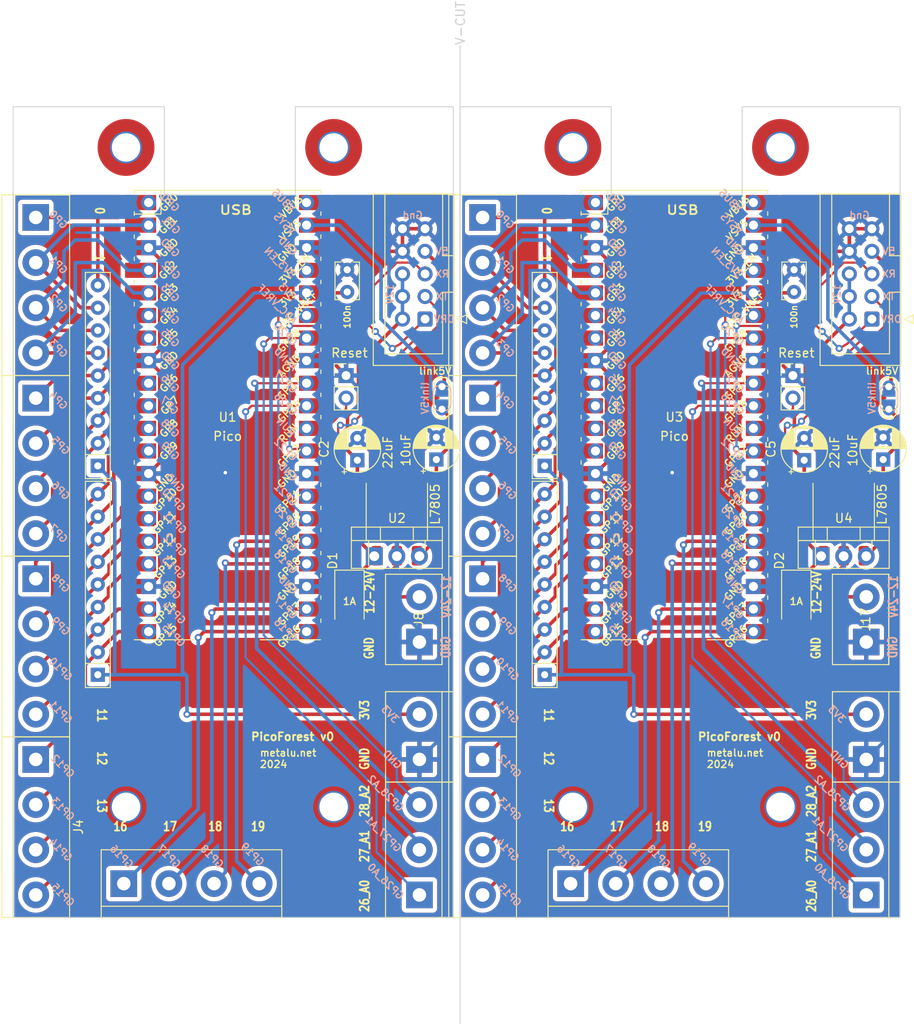
<source format=kicad_pcb>
(kicad_pcb (version 20221018) (generator pcbnew)
  (layers (0 "F.Cu" signal) (31 "B.Cu" signal) (34 "B.Paste" user) (35 "F.Paste" user) (36 "B.SilkS" user "B.Silkscreen") (37 "F.SilkS" user "F.Silkscreen") (38 "B.Mask" user) (39 "F.Mask" user) (44 "Edge.Cuts" user))
  (net 0 "")
  (net 1 "+12V")
  (net 2 "+5V")
  (net 3 "Net-(D1-A)")
  (net 4 "/DRV")
  (net 8 "/TX")
  (net 9 "/RX")
  (net 10 "Net-(J7-Pin_2)")
  (net 11 "Net-(FR1-Pin_7)")
  (net 12 "Net-(J1-Pin_3)")
  (net 13 "Net-(J1-Pin_4)")
  (net 14 "Net-(J2-Pin_3)")
  (net 15 "Net-(J2-Pin_4)")
  (net 16 "Net-(J3-Pin_3)")
  (net 17 "Net-(J3-Pin_4)")
  (net 18 "+3.3V")
  (net 19 "GND")
  (net 20 "Net-(J4-Pin_3)")
  (net 21 "Net-(J4-Pin_4)")
  (net 22 "Net-(J5-Pin_3)")
  (net 23 "Net-(J1-Pin_1)")
  (net 24 "Net-(J1-Pin_2)")
  (net 25 "Net-(J2-Pin_1)")
  (net 26 "Net-(J2-Pin_2)")
  (net 27 "Net-(J3-Pin_1)")
  (net 28 "Net-(J3-Pin_2)")
  (net 29 "Net-(J4-Pin_1)")
  (net 30 "Net-(J4-Pin_2)")
  (net 31 "Net-(J5-Pin_1)")
  (net 32 "Net-(J5-Pin_2)")
  (net 33 "Net-(J6-Pin_1)")
  (net 34 "Net-(J6-Pin_2)")
  (net 35 "Net-(J6-Pin_3)")
  (net 36 "Net-(J6-Pin_4)")
  (footprint "Connector_PinHeader_2.54mm:PinHeader_1x02_P2.54mm_Vertical" (layer "F.Cu") (at 140.589 66.04)
    (fp_text reference "J16" hide)
    (fp_text value "Reset")
  )
  (footprint "TerminalBlock:TerminalBlock_bornier-4_P5.08mm" (layer "F.Cu") (at 105.664 88.9 -90)
    (fp_text reference "J12" hide)
    (fp_text value "Conn_01x04_Socket" hide)
  )
  (footprint "MountingHole:MountingHole_3.2mm_M3_Pad_TopOnly" (layer "F.Cu") (at 88.9 40.386)
    (fp_text reference "H2" hide)
    (fp_text value "MountingHole" hide)
  )
  (footprint "TerminalBlock:TerminalBlock_bornier-2_P5.08mm" (layer "F.Cu") (at 98.552 96.012 90)
    (fp_text reference "J8")
    (fp_text value "12-24V input" hide)
  )
  (footprint "Diode_SMD:D_SMA" (layer "F.Cu") (at 140.97 91.44 -90)
    (fp_text reference "D2")
    (fp_text value "1A")
  )
  (footprint "Resistor_THT:R_Array_SIP9" (layer "F.Cu") (at 62.357 99.695 90)
    (fp_text reference "RN2" hide)
    (fp_text value "R_Network08")
  )
  (footprint "TerminalBlock:TerminalBlock_bornier-2_P5.08mm" (layer "F.Cu") (at 98.552 109.22 90)
    (fp_text reference "J9" hide)
    (fp_text value "Conn_01x02_Socket" hide)
  )
  (footprint "MountingHole:MountingHole_3.2mm_M3_Pad_TopOnly" (layer "F.Cu") (at 139.192 114.554)
    (fp_text reference "H5" hide)
    (fp_text value "MountingHole" hide)
  )
  (footprint "TerminalBlock:TerminalBlock_bornier-3_P5.08mm" (layer "F.Cu") (at 98.552 124.46 90)
    (fp_text reference "J5" hide)
    (fp_text value "Conn_01x03_Socket" hide)
  )
  (footprint "Package_TO_SOT_THT:TO-220-3_Vertical" (layer "F.Cu") (at 93.472 86.36)
    (fp_text reference "U2")
    (fp_text value "L7805" hide)
  )
  (footprint "Connector_IDC:IDC-Header_2x05_P2.54mm_Vertical" (layer "F.Cu") (at 99.187 59.69 180)
    (fp_text reference "FR1" hide)
    (fp_text value "Fraise_5x2" hide)
  )
  (footprint "Resistor_THT:R_Array_SIP9" (layer "F.Cu") (at 62.357 76.2 90)
    (fp_text reference "RN1" hide)
    (fp_text value "R_Network08")
  )
  (footprint "MountingHole:MountingHole_3.2mm_M3_Pad_TopOnly" (layer "F.Cu") (at 65.532 114.554)
    (fp_text reference "H1" hide)
    (fp_text value "MountingHole" hide)
  )
  (footprint "TerminalBlock:TerminalBlock_bornier-4_P5.08mm" (layer "F.Cu") (at 55.372 88.9 -90)
    (fp_text reference "J3" hide)
    (fp_text value "Conn_01x04_Socket" hide)
  )
  (footprint "MountingHole:MountingHole_3.2mm_M3_Pad_TopOnly" (layer "F.Cu") (at 115.824 40.386)
    (fp_text reference "H4" hide)
    (fp_text value "MountingHole" hide)
  )
  (footprint "TestPoint:TestPoint_2Pads_Pitch2.54mm_Drill0.8mm" (layer "F.Cu") (at 151.384 69.83 90)
    (fp_text reference "JP4" hide)
    (fp_text value "link5V")
  )
  (footprint "TerminalBlock:TerminalBlock_bornier-4_P5.08mm" (layer "F.Cu") (at 55.372 48.26 -90)
    (fp_text reference "J1" hide)
    (fp_text value "Conn_01x04_Socket" hide)
  )
  (footprint "MCU_RaspberryPi_and_Boards:RPi_Pico_SMD_TH" (layer "F.Cu") (at 127.254 70.715)
    (fp_text reference "U3")
    (fp_text value "Pico")
  )
  (footprint "Capacitor_THT:C_Rect_L4.0mm_W2.5mm_P2.50mm" (layer "F.Cu") (at 90.424 56.642 90)
    (fp_text reference "C1" hide)
    (fp_text value "100n")
  )
  (footprint "Package_TO_SOT_SMD:TO-252-3_TabPin2" (layer "F.Cu") (at 96.012 81.27 90)
    (fp_text reference "Ubis2" hide)
    (fp_text value "L7805")
  )
  (footprint "TerminalBlock:TerminalBlock_bornier-4_P5.08mm" (layer "F.Cu") (at 105.664 48.26 -90)
    (fp_text reference "J10" hide)
    (fp_text value "Conn_01x04_Socket" hide)
  )
  (footprint "Package_TO_SOT_THT:TO-220-3_Vertical" (layer "F.Cu") (at 143.764 86.36)
    (fp_text reference "U4")
    (fp_text value "L7805" hide)
  )
  (footprint "Capacitor_THT:CP_Radial_D5.0mm_P2.50mm" (layer "F.Cu") (at 150.749 75.491369 90)
    (fp_text reference "C6" hide)
    (fp_text value "10uF")
  )
  (footprint "Connector_IDC:IDC-Header_2x05_P2.54mm_Vertical" (layer "F.Cu") (at 149.479 59.69 180)
    (fp_text reference "FR2" hide)
    (fp_text value "Fraise_5x2" hide)
  )
  (footprint "Capacitor_THT:C_Rect_L4.0mm_W2.5mm_P2.50mm" (layer "F.Cu") (at 140.716 56.642 90)
    (fp_text reference "C4" hide)
    (fp_text value "100n")
  )
  (footprint "Capacitor_THT:CP_Radial_D5.0mm_P2.50mm" (layer "F.Cu") (at 91.567 75.565 90)
    (fp_text reference "C2")
    (fp_text value "22uF")
  )
  (footprint "Capacitor_THT:CP_Radial_D5.0mm_P2.50mm" (layer "F.Cu") (at 100.457 75.491369 90)
    (fp_text reference "C3" hide)
    (fp_text value "10uF")
  )
  (footprint "MCU_RaspberryPi_and_Boards:RPi_Pico_SMD_TH" (layer "F.Cu") (at 76.962 70.715)
    (fp_text reference "U1")
    (fp_text value "Pico")
  )
  (footprint "Resistor_THT:R_Array_SIP9" (layer "F.Cu") (at 112.649 99.695 90)
    (fp_text reference "RN4" hide)
    (fp_text value "R_Network08")
  )
  (footprint "TerminalBlock:TerminalBlock_bornier-4_P5.08mm" (layer "F.Cu") (at 55.372 68.58 -90)
    (fp_text reference "J2" hide)
    (fp_text value "Conn_01x04_Socket" hide)
  )
  (footprint "TerminalBlock:TerminalBlock_bornier-4_P5.08mm" (layer "F.Cu") (at 115.57 123.19)
    (fp_text reference "J15" hide)
    (fp_text value "Conn_01x04_Socket" hide)
  )
  (footprint "Resistor_THT:R_Array_SIP9" (layer "F.Cu") (at 112.649 76.2 90)
    (fp_text reference "RN3" hide)
    (fp_text value "R_Network08")
  )
  (footprint "TestPoint:TestPoint_2Pads_Pitch2.54mm_Drill0.8mm" (layer "F.Cu") (at 101.092 69.83 90)
    (fp_text reference "JP2" hide)
    (fp_text value "link5V")
  )
  (footprint "TerminalBlock:TerminalBlock_bornier-4_P5.08mm" (layer "F.Cu") (at 55.372 109.22 -90)
    (fp_text reference "J4")
    (fp_text value "Conn_01x04_Socket" hide)
  )
  (footprint "MountingHole:MountingHole_3.2mm_M3_Pad_TopOnly" (layer "F.Cu") (at 65.532 40.386)
    (fp_text reference "H1" hide)
    (fp_text value "MountingHole" hide)
  )
  (footprint "MountingHole:MountingHole_3.2mm_M3_Pad_TopOnly" (layer "F.Cu") (at 115.824 114.554)
    (fp_text reference "H3" hide)
    (fp_text value "MountingHole" hide)
  )
  (footprint "TerminalBlock:TerminalBlock_bornier-2_P5.08mm" (layer "F.Cu") (at 148.844 109.22 90)
    (fp_text reference "J18" hide)
    (fp_text value "Conn_01x02_Socket" hide)
  )
  (footprint "TerminalBlock:TerminalBlock_bornier-2_P5.08mm" (layer "F.Cu") (at 148.844 96.012 90)
    (fp_text reference "J17")
    (fp_text value "12-24V input" hide)
  )
  (footprint "Capacitor_THT:CP_Radial_D5.0mm_P2.50mm" (layer "F.Cu") (at 141.859 75.565 90)
    (fp_text reference "C5")
    (fp_text value "22uF")
  )
  (footprint "Package_TO_SOT_SMD:TO-252-3_TabPin2" (layer "F.Cu") (at 146.304 81.27 90)
    (fp_text reference "Ubis3" hide)
    (fp_text value "L7805")
  )
  (footprint "MountingHole:MountingHole_3.2mm_M3_Pad_TopOnly" (layer "F.Cu") (at 139.192 40.386)
    (fp_text reference "H6" hide)
    (fp_text value "MountingHole" hide)
  )
  (footprint "TerminalBlock:TerminalBlock_bornier-4_P5.08mm" (layer "F.Cu") (at 105.664 109.22 -90)
    (fp_text reference "J13" hide)
    (fp_text value "Conn_01x04_Socket" hide)
  )
  (footprint "TerminalBlock:TerminalBlock_bornier-3_P5.08mm" (layer "F.Cu") (at 148.844 124.46 90)
    (fp_text reference "J14" hide)
    (fp_text value "Conn_01x03_Socket" hide)
  )
  (footprint "Diode_SMD:D_SMA" (layer "F.Cu") (at 90.678 91.44 -90)
    (fp_text reference "D1")
    (fp_text value "1A")
  )
  (footprint "MountingHole:MountingHole_3.2mm_M3_Pad_TopOnly" (layer "F.Cu") (at 88.9 114.554)
    (fp_text reference "H2" hide)
    (fp_text value "MountingHole" hide)
  )
  (footprint "Connector_PinHeader_2.54mm:PinHeader_1x02_P2.54mm_Vertical" (layer "F.Cu") (at 90.297 66.04)
    (fp_text reference "J7" hide)
    (fp_text value "Reset")
  )
  (footprint "TerminalBlock:TerminalBlock_bornier-4_P5.08mm" (layer "F.Cu") (at 105.664 68.58 -90)
    (fp_text reference "J11" hide)
    (fp_text value "Conn_01x04_Socket" hide)
  )
  (footprint "TerminalBlock:TerminalBlock_bornier-4_P5.08mm" (layer "F.Cu") (at 65.278 123.19)
    (fp_text reference "J6" hide)
    (fp_text value "Conn_01x04_Socket" hide)
  )
  (footprint "Jumper:SolderJumper-2_P1.3mm_Open_RoundedPad1.0x1.5mm" (layer "B.Cu") (at 101.092 68.58 90)
    (fp_text reference "JP1" hide)
    (fp_text value "link5V")
  )
  (footprint "Jumper:SolderJumper-2_P1.3mm_Open_RoundedPad1.0x1.5mm" (layer "B.Cu") (at 151.384 68.58 90)
    (fp_text reference "JP3" hide)
    (fp_text value "link5V")
  )
  (gr_line (start 120.142 45.72) (end 134.874 45.72) (stroke (width 0.1)) (layer "Edge.Cuts"))
  (gr_line (start 69.85 35.814) (end 52.832 35.814) (stroke (width 0.1)) (layer "Edge.Cuts"))
  (gr_line (start 134.874 45.72) (end 134.874 35.814) (stroke (width 0.1)) (layer "Edge.Cuts"))
  (gr_line (start 120.142 35.814) (end 103.124 35.814) (stroke (width 0.1)) (layer "Edge.Cuts"))
  (gr_line (start 152.654 45.72) (end 152.654 127) (stroke (width 0.1)) (layer "Edge.Cuts"))
  (gr_line (start 103.124 127) (end 103.124 45.72) (stroke (width 0.1)) (layer "Edge.Cuts"))
  (gr_line (start 84.582 35.814) (end 102.362 35.814) (stroke (width 0.1)) (layer "Edge.Cuts"))
  (gr_line (start 103.124 35.814) (end 103.124 45.72) (stroke (width 0.1)) (layer "Edge.Cuts"))
  (gr_line (start 52.832 127) (end 52.832 45.72) (stroke (width 0.1)) (layer "Edge.Cuts"))
  (gr_line (start 102.362 35.814) (end 102.362 45.72) (stroke (width 0.1)) (layer "Edge.Cuts"))
  (gr_line (start 52.832 35.814) (end 52.832 45.72) (stroke (width 0.1)) (layer "Edge.Cuts"))
  (gr_line (start 102.362 127) (end 52.832 127) (stroke (width 0.1)) (layer "Edge.Cuts"))
  (gr_line (start 69.85 45.72) (end 69.85 35.814) (stroke (width 0.1)) (layer "Edge.Cuts"))
  (gr_line (start 134.874 35.814) (end 152.654 35.814) (stroke (width 0.1)) (layer "Edge.Cuts"))
  (gr_line (start 102.362 45.72) (end 102.362 127) (stroke (width 0.1)) (layer "Edge.Cuts"))
  (gr_line (start 103.124 28.956) (end 103.124 138.938) (stroke (width 0.1)) (layer "Edge.Cuts"))
  (gr_line (start 152.654 35.814) (end 152.654 45.72) (stroke (width 0.1)) (layer "Edge.Cuts"))
  (gr_line (start 120.142 45.72) (end 120.142 35.814) (stroke (width 0.1)) (layer "Edge.Cuts"))
  (gr_line (start 152.654 127) (end 103.124 127) (stroke (width 0.1)) (layer "Edge.Cuts"))
  (gr_line (start 69.85 45.72) (end 84.582 45.72) (stroke (width 0.1)) (layer "Edge.Cuts"))
  (gr_line (start 84.582 45.72) (end 84.582 35.814) (stroke (width 0.1)) (layer "Edge.Cuts"))
  (gr_text "TX" (at 151.384 57.15) (layer "B.SilkS") (effects (font (size 0.8 0.8)) (justify mirror)))
  (gr_text "12-24V" (at 151.892 90.932 90) (layer "B.SilkS") (effects (font (size 1 0.8) (thickness 0.2) bold) (justify mirror)))
  (gr_text "DRV" (at 101.346 59.69) (layer "B.SilkS") (effects (font (size 0.8 0.8)) (justify mirror)))
  (gr_text "GP28_A2" (at 145.034 113.03 -45) (layer "B.SilkS") (effects (font (size 0.8 0.8)) (justify mirror)))
  (gr_text "GP26_A0" (at 145.034 122.936 -45) (layer "B.SilkS") (effects (font (size 0.8 0.8)) (justify mirror)))
  (gr_text "RX" (at 101.092 54.61) (layer "B.SilkS") (effects (font (size 0.8 0.8)) (justify mirror)))
  (gr_text "GND" (at 152.4 95.25 90) (layer "B.SilkS") (effects (font (size 1 0.8) (thickness 0.2) bold) (justify left bottom mirror)))
  (gr_text "GP7" (at 57.912 83.82 -45) (layer "B.SilkS") (effects (font (size 0.8 0.8)) (justify mirror)))
  (gr_text "GP9" (at 58.166 94.234 -45) (layer "B.SilkS") (effects (font (size 0.8 0.8)) (justify mirror)))
  (gr_text "GP14" (at 108.458 119.38 -45) (layer "B.SilkS") (effects (font (size 0.8 0.8)) (justify mirror)))
  (gr_text "GND" (at 102.108 95.25 90) (layer "B.SilkS") (effects (font (size 1 0.8) (thickness 0.2) bold) (justify left bottom mirror)))
  (gr_text "GP2" (at 108.204 57.912 -45) (layer "B.SilkS") (effects (font (size 0.8 0.8)) (justify mirror)))
  (gr_text "GP4" (at 108.204 68.834 -45) (layer "B.SilkS") (effects (font (size 0.8 0.8)) (justify mirror)))
  (gr_text "5V" (at 101.092 52.07) (layer "B.SilkS") (effects (font (size 0.8 0.8)) (justify mirror)))
  (gr_text "GP26_A0" (at 94.742 122.936 -45) (layer "B.SilkS") (effects (font (size 0.8 0.8)) (justify mirror)))
  (gr_text "GP12" (at 108.712 109.982 -45) (layer "B.SilkS") (effects (font (size 0.8 0.8)) (justify mirror)))
  (gr_text "GP2" (at 57.912 57.912 -45) (layer "B.SilkS") (effects (font (size 0.8 0.8)) (justify mirror)))
  (gr_text "GP11" (at 58.166 103.886 -45) (layer "B.SilkS") (effects (font (size 0.8 0.8)) (justify mirror)))
  (gr_text "5V" (at 151.384 52.07) (layer "B.SilkS") (effects (font (size 0.8 0.8)) (justify mirror)))
  (gr_text "GP3" (at 108.204 62.992 -45) (layer "B.SilkS") (effects (font (size 0.8 0.8)) (justify mirror)))
  (gr_text "3V3" (at 95.25 104.14 -45) (layer "B.SilkS") (effects (font (size 0.8 0.8)) (justify mirror)))
  (gr_text "GP28_A2" (at 94.742 113.03 -45) (layer "B.SilkS") (effects (font (size 0.8 0.8)) (justify mirror)))
  (gr_text "GND" (at 145.796 109.22 -45) (layer "B.SilkS") (effects (font (size 0.8 0.8)) (justify mirror)))
  (gr_text "GP17" (at 120.65 120.142 -45) (layer "B.SilkS") (effects (font (size 0.8 0.8)) (justify mirror)))
  (gr_text "RX" (at 151.384 54.61) (layer "B.SilkS") (effects (font (size 0.8 0.8)) (justify mirror)))
  (gr_text "GP11" (at 108.458 103.886 -45) (layer "B.SilkS") (effects (font (size 0.8 0.8)) (justify mirror)))
  (gr_text "GP19" (at 130.048 119.888 -45) (layer "B.SilkS") (effects (font (size 0.8 0.8)) (justify mirror)))
  (gr_text "GP16" (at 115.316 120.142 -45) (layer "B.SilkS") (effects (font (size 0.8 0.8)) (justify mirror)))
  (gr_text "Gnd" (at 97.79 48.006) (layer "B.SilkS") (effects (font (size 0.8 0.8)) (justify mirror)))
  (gr_text "GP4" (at 57.912 68.834 -45) (layer "B.SilkS") (effects (font (size 0.8 0.8)) (justify mirror)))
  (gr_text "GP17" (at 70.358 120.142 -45) (layer "B.SilkS") (effects (font (size 0.8 0.8)) (justify mirror)))
  (gr_text "GP27_A1" (at 94.488 117.602 -45) (layer "B.SilkS") (effects (font (size 0.8 0.8)) (justify mirror)))
  (gr_text "GP13" (at 58.42 114.808 -45) (layer "B.SilkS") (effects (font (size 0.8 0.8)) (justify mirror)))
  (gr_text "GP5" (at 108.458 73.914 -45) (layer "B.SilkS") (effects (font (size 0.8 0.8)) (justify mirror)))
  (gr_text "GP18" (at 75.184 120.142 -45) (layer "B.SilkS") (effects (font (size 0.8 0.8)) (justify mirror)))
  (gr_text "GP10" (at 58.166 99.06 -45) (layer "B.SilkS") (effects (font (size 0.8 0.8)) (justify mirror)))
  (gr_text "GP0" (at 108.204 48.514 -45) (layer "B.SilkS") (effects (font (size 0.8 0.8)) (justify mirror)))
  (gr_text "GP15" (at 108.712 124.46 -45) (layer "B.SilkS") (effects (font (size 0.8 0.8)) (justify mirror)))
  (gr_text "GP14" (at 58.166 119.38 -45) (layer "B.SilkS") (effects (font (size 0.8 0.8)) (justify mirror)))
  (gr_text "GND" (at 95.504 109.22 -45) (layer "B.SilkS") (effects (font (size 0.8 0.8)) (justify mirror)))
  (gr_text "GP1" (at 57.912 53.594 -45) (layer "B.SilkS") (effects (font (size 0.8 0.8)) (justify mirror)))
  (gr_text "GP1" (at 108.204 53.594 -45) (layer "B.SilkS") (effects (font (size 0.8 0.8)) (justify mirror)))
  (gr_text "GP19" (at 79.756 119.888 -45) (layer "B.SilkS") (effects (font (size 0.8 0.8)) (justify mirror)))
  (gr_text "GP0" (at 57.912 48.514 -45) (layer "B.SilkS") (effects (font (size 0.8 0.8)) (justify mirror)))
  (gr_text "TX" (at 101.092 57.15) (layer "B.SilkS") (effects (font (size 0.8 0.8)) (justify mirror)))
  (gr_text "GP9" (at 108.458 94.234 -45) (layer "B.SilkS") (effects (font (size 0.8 0.8)) (justify mirror)))
  (gr_text "Gnd" (at 148.082 48.006) (layer "B.SilkS") (effects (font (size 0.8 0.8)) (justify mirror)))
  (gr_text "GP5" (at 58.166 73.914 -45) (layer "B.SilkS") (effects (font (size 0.8 0.8)) (justify mirror)))
  (gr_text "12-24V" (at 101.6 90.932 90) (layer "B.SilkS") (effects (font (size 1 0.8) (thickness 0.2) bold) (justify mirror)))
  (gr_text "GP7" (at 108.204 83.82 -45) (layer "B.SilkS") (effects (font (size 0.8 0.8)) (justify mirror)))
  (gr_text "GP3" (at 57.912 62.992 -45) (layer "B.SilkS") (effects (font (size 0.8 0.8)) (justify mirror)))
  (gr_text "GP15" (at 58.42 124.46 -45) (layer "B.SilkS") (effects (font (size 0.8 0.8)) (justify mirror)))
  (gr_text "GP8" (at 58.166 89.408 -45) (layer "B.SilkS") (effects (font (size 0.8 0.8)) (justify mirror)))
  (gr_text "GP16" (at 65.024 120.142 -45) (layer "B.SilkS") (effects (font (size 0.8 0.8)) (justify mirror)))
  (gr_text "DRV" (at 151.638 59.69) (layer "B.SilkS") (effects (font (size 0.8 0.8)) (justify mirror)))
  (gr_text "GP8" (at 108.458 89.408 -45) (layer "B.SilkS") (effects (font (size 0.8 0.8)) (justify mirror)))
  (gr_text "12V" (at 95.25 56.896 90) (layer "B.SilkS") (effects (font (size 0.8 0.8)) (justify mirror)))
  (gr_text "GP27_A1" (at 144.78 117.602 -45) (layer "B.SilkS") (effects (font (size 0.8 0.8)) (justify mirror)))
  (gr_text "12V" (at 145.542 56.896 90) (layer "B.SilkS") (effects (font (size 0.8 0.8)) (justify mirror)))
  (gr_text "GP6" (at 108.458 78.994 -45) (layer "B.SilkS") (effects (font (size 0.8 0.8)) (justify mirror)))
  (gr_text "GP12" (at 58.42 109.982 -45) (layer "B.SilkS") (effects (font (size 0.8 0.8)) (justify mirror)))
  (gr_text "3V3" (at 145.542 104.14 -45) (layer "B.SilkS") (effects (font (size 0.8 0.8)) (justify mirror)))
  (gr_text "GP10" (at 108.458 99.06 -45) (layer "B.SilkS") (effects (font (size 0.8 0.8)) (justify mirror)))
  (gr_text "GP13" (at 108.712 114.808 -45) (layer "B.SilkS") (effects (font (size 0.8 0.8)) (justify mirror)))
  (gr_text "GP18" (at 125.476 120.142 -45) (layer "B.SilkS") (effects (font (size 0.8 0.8)) (justify mirror)))
  (gr_text "GP6" (at 58.166 78.994 -45) (layer "B.SilkS") (effects (font (size 0.8 0.8)) (justify mirror)))
  (gr_text "GND" (at 93.472 98.044 90) (layer "F.SilkS") (effects (font (size 1 0.8) (thickness 0.2) bold) (justify left bottom)))
  (gr_text "28_A2" (at 143.256 115.824 90) (layer "F.SilkS") (effects (font (size 1 0.8) (thickness 0.2) bold) (justify left bottom)))
  (gr_text "18" (at 74.676 117.348) (layer "F.SilkS") (effects (font (size 1 0.8) (thickness 0.2) bold) (justify left bottom)))
  (gr_text "11" (at 112.522 103.378 -90) (layer "F.SilkS") (effects (font (size 1 0.8) (thickness 0.2) bold) (justify left bottom)))
  (gr_text "0" (at 61.976 46.99 -90) (layer "F.SilkS") (effects (font (size 1 0.8) (thickness 0.2) bold) (justify left bottom)))
  (gr_text "13" (at 62.23 113.538 -90) (layer "F.SilkS") (effects (font (size 1 0.8) (thickness 0.2) bold) (justify left bottom)))
  (gr_text "16" (at 64.008 117.348) (layer "F.SilkS") (effects (font (size 1 0.8) (thickness 0.2) bold) (justify left bottom)))
  (gr_text "27_A1" (at 92.964 120.904 90) (layer "F.SilkS") (effects (font (size 1 0.8) (thickness 0.2) bold) (justify left bottom)))
  (gr_text "1" (at 112.268 52.324 -90) (layer "F.SilkS") (effects (font (size 1 0.8) (thickness 0.2) bold) (justify left bottom)))
  (gr_text "18" (at 124.968 117.348) (layer "F.SilkS") (effects (font (size 1 0.8) (thickness 0.2) bold) (justify left bottom)))
  (gr_text "USB" (at 126.238 48.006) (layer "F.SilkS") (effects (font (size 1 1.2) (thickness 0.2) bold) (justify left bottom)))
  (gr_text "metalu.net\n2024" (at 80.518 110.236) (layer "F.SilkS") (effects (font (size 0.8 0.8) (thickness 0.15) bold) (justify left bottom)))
  (gr_text "PicoForest v0" (at 79.502 107.188) (layer "F.SilkS") (effects (font (size 0.9 0.9) (thickness 0.2) bold) (justify left bottom)))
  (gr_text "3V3\n" (at 143.256 104.902 90) (layer "F.SilkS") (effects (font (size 1 0.8) (thickness 0.2) bold) (justify left bottom)))
  (gr_text "28_A2" (at 92.964 115.824 90) (layer "F.SilkS") (effects (font (size 1 0.8) (thickness 0.2) bold) (justify left bottom)))
  (gr_text "12" (at 112.522 108.204 -90) (layer "F.SilkS") (effects (font (size 1 0.8) (thickness 0.2) bold) (justify left bottom)))
  (gr_text "12" (at 62.23 108.204 -90) (layer "F.SilkS") (effects (font (size 1 0.8) (thickness 0.2) bold) (justify left bottom)))
  (gr_text "19" (at 129.794 117.348) (layer "F.SilkS") (effects (font (size 1 0.8) (thickness 0.2) bold) (justify left bottom)))
  (gr_text "PicoForest v0" (at 129.794 107.188) (layer "F.SilkS") (effects (font (size 0.9 0.9) (thickness 0.2) bold) (justify left bottom)))
  (gr_text "26_A0" (at 143.256 126.492 90) (layer "F.SilkS") (effects (font (size 1 0.8) (thickness 0.2) bold) (justify left bottom)))
  (gr_text "12-24V" (at 92.964 90.424 90) (layer "F.SilkS") (effects (font (size 1 0.8) (thickness 0.2) bold)))
  (gr_text "metalu.net\n2024" (at 130.81 110.236) (layer "F.SilkS") (effects (font (size 0.8 0.8) (thickness 0.15) bold) (justify left bottom)))
  (gr_text "17" (at 69.596 117.348) (layer "F.SilkS") (effects (font (size 1 0.8) (thickness 0.2) bold) (justify left bottom)))
  (gr_text "26_A0" (at 92.964 126.492 90) (layer "F.SilkS") (effects (font (size 1 0.8) (thickness 0.2) bold) (justify left bottom)))
  (gr_text "GND" (at 92.964 110.49 90) (layer "F.SilkS") (effects (font (size 1 0.8) (thickness 0.2) bold) (justify left bottom)))
  (gr_text "USB" (at 75.946 48.006) (layer "F.SilkS") (effects (font (size 1 1.2) (thickness 0.2) bold) (justify left bottom)))
  (gr_text "17" (at 119.888 117.348) (layer "F.SilkS") (effects (font (size 1 0.8) (thickness 0.2) bold) (justify left bottom)))
  (gr_text "GND" (at 143.256 110.49 90) (layer "F.SilkS") (effects (font (size 1 0.8) (thickness 0.2) bold) (justify left bottom)))
  (gr_text "3V3\n" (at 92.964 104.902 90) (layer "F.SilkS") (effects (font (size 1 0.8) (thickness 0.2) bold) (justify left bottom)))
  (gr_text "1" (at 61.976 52.324 -90) (layer "F.SilkS") (effects (font (size 1 0.8) (thickness 0.2) bold) (justify left bottom)))
  (gr_text "13" (at 112.522 113.538 -90) (layer "F.SilkS") (effects (font (size 1 0.8) (thickness 0.2) bold) (justify left bottom)))
  (gr_text "GND" (at 143.764 98.044 90) (layer "F.SilkS") (effects (font (size 1 0.8) (thickness 0.2) bold) (justify left bottom)))
  (gr_text "19" (at 79.502 117.348) (layer "F.SilkS") (effects (font (size 1 0.8) (thickness 0.2) bold) (justify left bottom)))
  (gr_text "11" (at 62.23 103.378 -90) (layer "F.SilkS") (effects (font (size 1 0.8) (thickness 0.2) bold) (justify left bottom)))
  (gr_text "12-24V" (at 143.256 90.424 90) (layer "F.SilkS") (effects (font (size 1 0.8) (thickness 0.2) bold)))
  (gr_text "0" (at 112.268 46.99 -90) (layer "F.SilkS") (effects (font (size 1 0.8) (thickness 0.2) bold) (justify left bottom)))
  (gr_text "16" (at 114.3 117.348) (layer "F.SilkS") (effects (font (size 1 0.8) (thickness 0.2) bold) (justify left bottom)))
  (gr_text "27_A1" (at 143.256 120.904 90) (layer "F.SilkS") (effects (font (size 1 0.8) (thickness 0.2) bold) (justify left bottom)))
  (gr_text "V-CUT" (at 103.759 28.956 90) (layer "Edge.Cuts") (effects (font (size 1 1)) (justify left bottom)))
  (segment (start 141.986 69.342) (end 140.754 70.574) (width 0.4) (layer "F.Cu") (net 1))
  (segment (start 146.939 59.69) (end 141.986 64.643) (width 0.4) (layer "F.Cu") (net 1))
  (segment (start 90.462 70.574) (end 90.462 71.959371) (width 0.4) (layer "F.Cu") (net 1))
  (segment (start 90.17 74.168) (end 91.567 75.565) (width 0.4) (layer "F.Cu") (net 1))
  (segment (start 140.462 74.168) (end 141.859 75.565) (width 0.4) (layer "F.Cu") (net 1))
  (segment (start 91.694 69.342) (end 90.462 70.574) (width 0.4) (layer "F.Cu") (net 1))
  (segment (start 141.859 84.455) (end 143.764 86.36) (width 0.4) (layer "F.Cu") (net 1))
  (segment (start 90.678 89.44) (end 93.472 86.646) (width 0.4) (layer "F.Cu") (net 1))
  (segment (start 91.694 64.643) (end 91.694 69.342) (width 0.4) (layer "F.Cu") (net 1))
  (segment (start 141.986 64.643) (end 141.986 69.342) (width 0.4) (layer "F.Cu") (net 1))
  (segment (start 141.859 75.565) (end 141.859 84.455) (width 0.4) (layer "F.Cu") (net 1))
  (segment (start 91.567 84.455) (end 93.472 86.36) (width 0.4) (layer "F.Cu") (net 1))
  (segment (start 91.567 75.565) (end 91.567 84.455) (width 0.4) (layer "F.Cu") (net 1))
  (segment (start 96.647 59.69) (end 91.694 64.643) (width 0.4) (layer "F.Cu") (net 1))
  (segment (start 140.462 72.251371) (end 140.462 74.168) (width 0.4) (layer "F.Cu") (net 1))
  (segment (start 140.754 71.959371) (end 140.462 72.251371) (width 0.4) (layer "F.Cu") (net 1))
  (segment (start 90.17 72.251371) (end 90.17 74.168) (width 0.4) (layer "F.Cu") (net 1))
  (segment (start 140.754 70.574) (end 140.754 71.959371) (width 0.4) (layer "F.Cu") (net 1))
  (segment (start 143.764 86.646) (end 143.764 86.36) (width 0.4) (layer "F.Cu") (net 1))
  (segment (start 90.462 71.959371) (end 90.17 72.251371) (width 0.4) (layer "F.Cu") (net 1))
  (segment (start 93.472 86.646) (end 93.472 86.36) (width 0.4) (layer "F.Cu") (net 1))
  (segment (start 140.97 89.44) (end 143.764 86.646) (width 0.4) (layer "F.Cu") (net 1))
  (segment (start 146.939 57.15) (end 146.939 54.61) (width 0.4) (layer "B.Cu") (net 1))
  (segment (start 96.647 57.15) (end 96.647 54.61) (width 0.4) (layer "B.Cu") (net 1))
  (segment (start 96.647 59.69) (end 96.647 57.15) (width 0.4) (layer "B.Cu") (net 1))
  (segment (start 146.939 59.69) (end 146.939 57.15) (width 0.4) (layer "B.Cu") (net 1))
  (segment (start 101.092 69.83) (end 101.854 70.592) (width 0.4) (layer "F.Cu") (net 2))
  (segment (start 151.384 69.83) (end 152.146 70.592) (width 0.4) (layer "F.Cu") (net 2))
  (segment (start 152.146 74.094369) (end 150.749 75.491369) (width 0.4) (layer "F.Cu") (net 2))
  (segment (start 150.749 75.491369) (end 150.749 84.455) (width 0.4) (layer "F.Cu") (net 2))
  (segment (start 101.854 70.592) (end 101.854 74.094369) (width 0.4) (layer "F.Cu") (net 2))
  (segment (start 101.854 74.094369) (end 100.457 75.491369) (width 0.4) (layer "F.Cu") (net 2))
  (segment (start 100.457 84.455) (end 98.552 86.36) (width 0.4) (layer "F.Cu") (net 2))
  (segment (start 150.749 84.455) (end 148.844 86.36) (width 0.4) (layer "F.Cu") (net 2))
  (segment (start 152.146 70.592) (end 152.146 74.094369) (width 0.4) (layer "F.Cu") (net 2))
  (segment (start 100.457 75.491369) (end 100.457 84.455) (width 0.4) (layer "F.Cu") (net 2))
  (segment (start 85.852 49.125) (end 89.511 49.125) (width 0.4) (layer "B.Cu") (net 2))
  (segment (start 150.114 68.56) (end 151.384 69.83) (width 0.4) (layer "B.Cu") (net 2))
  (segment (start 94.234 53.848) (end 94.234 59.69) (width 0.4) (layer "B.Cu") (net 2))
  (segment (start 139.803 49.125) (end 144.526 53.848) (width 0.4) (layer "B.Cu") (net 2))
  (segment (start 144.526 59.69) (end 150.114 65.278) (width 0.4) (layer "B.Cu") (net 2))
  (segment (start 136.144 49.125) (end 139.803 49.125) (width 0.4) (layer "B.Cu") (net 2))
  (segment (start 89.511 49.125) (end 94.234 53.848) (width 0.4) (layer "B.Cu") (net 2))
  (segment (start 99.822 68.56) (end 101.092 69.83) (width 0.4) (layer "B.Cu") (net 2))
  (segment (start 99.822 65.278) (end 99.822 68.56) (width 0.4) (layer "B.Cu") (net 2))
  (segment (start 144.526 53.848) (end 144.526 59.69) (width 0.4) (layer "B.Cu") (net 2))
  (segment (start 150.114 65.278) (end 150.114 68.56) (width 0.4) (layer "B.Cu") (net 2))
  (segment (start 94.234 59.69) (end 99.822 65.278) (width 0.4) (layer "B.Cu") (net 2))
  (segment (start 95.758 90.932) (end 98.552 90.932) (width 0.4) (layer "F.Cu") (net 3))
  (segment (start 143.542 93.44) (end 146.05 90.932) (width 0.4) (layer "F.Cu") (net 3))
  (segment (start 146.05 90.932) (end 148.844 90.932) (width 0.4) (layer "F.Cu") (net 3))
  (segment (start 90.678 93.44) (end 93.25 93.44) (width 0.4) (layer "F.Cu") (net 3))
  (segment (start 93.25 93.44) (end 95.758 90.932) (width 0.4) (layer "F.Cu") (net 3))
  (segment (start 140.97 93.44) (end 143.542 93.44) (width 0.4) (layer "F.Cu") (net 3))
  (segment (start 83.947 74.295) (end 85.622 74.295) (width 0.25) (layer "F.Cu") (net 4))
  (segment (start 135.914 74.295) (end 136.144 74.525) (width 0.25) (layer "F.Cu") (net 4))
  (segment (start 143.264 60.46) (end 143.891 61.087) (width 0.25) (layer "F.Cu") (net 4))
  (segment (start 92.972 60.46) (end 93.599 61.087) (width 0.25) (layer "F.Cu") (net 4))
  (segment (start 146.685 62.484) (end 149.479 59.69) (width 0.25) (layer "F.Cu") (net 4))
  (segment (start 145.796 62.992) (end 146.685 62.484) (width 0.25) (layer "F.Cu") (net 4))
  (segment (start 96.393 62.484) (end 99.187 59.69) (width 0.25) (layer "F.Cu") (net 4))
  (segment (start 95.504 62.992) (end 96.393 62.484) (width 0.25) (layer "F.Cu") (net 4))
  (segment (start 85.622 74.295) (end 85.852 74.525) (width 0.25) (layer "F.Cu") (net 4))
  (segment (start 134.239 60.46) (end 143.264 60.46) (width 0.25) (layer "F.Cu") (net 4))
  (segment (start 83.947 60.46) (end 92.972 60.46) (width 0.25) (layer "F.Cu") (net 4))
  (segment (start 134.239 74.295) (end 135.914 74.295) (width 0.25) (layer "F.Cu") (net 4))
  (via (at 143.891 61.087) (size 0.8) (drill 0.4) (layers "F.Cu" "B.Cu") (net 4))
  (via (at 83.947 74.295) (size 0.8) (drill 0.4) (layers "F.Cu" "B.Cu") (net 4))
  (via (at 93.599 61.087) (size 0.8) (drill 0.4) (layers "F.Cu" "B.Cu") (net 4))
  (via (at 134.239 74.295) (size 0.8) (drill 0.4) (layers "F.Cu" "B.Cu") (net 4))
  (via (at 145.796 62.992) (size 0.8) (drill 0.4) (layers "F.Cu" "B.Cu") (net 4))
  (via (at 83.947 60.46) (size 0.8) (drill 0.4) (layers "F.Cu" "B.Cu") (net 4))
  (via (at 134.239 60.46) (size 0.8) (drill 0.4) (layers "F.Cu" "B.Cu") (net 4))
  (via (at 95.504 62.992) (size 0.8) (drill 0.4) (layers "F.Cu" "B.Cu") (net 4))
  (segment (start 93.599 61.087) (end 95.504 62.992) (width 0.25) (layer "B.Cu") (net 4))
  (segment (start 134.239 60.46) (end 134.239 74.295) (width 0.25) (layer "B.Cu") (net 4))
  (segment (start 143.891 61.087) (end 145.796 62.992) (width 0.25) (layer "B.Cu") (net 4))
  (segment (start 83.947 60.46) (end 83.947 74.295) (width 0.25) (layer "B.Cu") (net 4))
  (segment (start 100.584 60.50955) (end 100.584 58.547) (width 0.25) (layer "F.Cu") (net 8))
  (segment (start 89.662 71.628) (end 89.408 71.882) (width 0.25) (layer "F.Cu") (net 8))
  (segment (start 142.748 69.986307) (end 142.748 67.564) (width 0.25) (layer "F.Cu") (net 8))
  (segment (start 149.098 61.214) (end 150.17155 61.214) (width 0.25) (layer "F.Cu") (net 8))
  (segment (start 139.954 71.628) (end 139.7 71.882) (width 0.25) (layer "F.Cu") (net 8))
  (segment (start 139.7 77.659) (end 137.754 79.605) (width 0.25) (layer "F.Cu") (net 8))
  (segment (start 150.876 58.547) (end 149.479 57.15) (width 0.25) (layer "F.Cu") (net 8))
  (segment (start 139.7 71.882) (end 139.7 77.659) (width 0.25) (layer "F.Cu") (net 8))
  (segment (start 87.462 79.605) (end 85.852 79.605) (width 0.25) (layer "F.Cu") (net 8))
  (segment (start 142.748 67.564) (end 149.098 61.214) (width 0.25) (layer "F.Cu") (net 8))
  (segment (start 98.806 61.214) (end 99.87955 61.214) (width 0.25) (layer "F.Cu") (net 8))
  (segment (start 89.408 71.882) (end 89.408 77.659) (width 0.25) (layer "F.Cu") (net 8))
  (segment (start 92.456 69.986307) (end 92.456 67.564) (width 0.25) (layer "F.Cu") (net 8))
  (segment (start 100.584 58.547) (end 99.187 57.15) (width 0.25) (layer "F.Cu") (net 8))
  (segment (start 91.262 71.180307) (end 92.456 69.986307) (width 0.25) (layer "F.Cu") (net 8))
  (segment (start 99.87955 61.214) (end 100.584 60.50955) (width 0.25) (layer "F.Cu") (net 8))
  (segment (start 89.408 77.659) (end 87.462 79.605) (width 0.25) (layer "F.Cu") (net 8))
  (segment (start 92.456 67.564) (end 98.806 61.214) (width 0.25) (layer "F.Cu") (net 8))
  (segment (start 137.754 79.605) (end 136.144 79.605) (width 0.25) (layer "F.Cu") (net 8))
  (segment (start 150.17155 61.214) (end 150.876 60.50955) (width 0.25) (layer "F.Cu") (net 8))
  (segment (start 141.554 71.180307) (end 142.748 69.986307) (width 0.25) (layer "F.Cu") (net 8))
  (segment (start 150.876 60.50955) (end 150.876 58.547) (width 0.25) (layer "F.Cu") (net 8))
  (via (at 141.554 71.180307) (size 0.8) (drill 0.4) (layers "F.Cu" "B.Cu") (net 8))
  (via (at 89.662 71.628) (size 0.8) (drill 0.4) (layers "F.Cu" "B.Cu") (net 8))
  (via (at 139.954 71.628) (size 0.8) (drill 0.4) (layers "F.Cu" "B.Cu") (net 8))
  (via (at 91.262 71.180307) (size 0.8) (drill 0.4) (layers "F.Cu" "B.Cu") (net 8))
  (segment (start 90.814307 71.628) (end 89.662 71.628) (width 0.25) (layer "B.Cu") (net 8))
  (segment (start 141.106307 71.628) (end 139.954 71.628) (width 0.25) (layer "B.Cu") (net 8))
  (segment (start 91.262 71.180307) (end 90.814307 71.628) (width 0.25) (layer "B.Cu") (net 8))
  (segment (start 141.554 71.180307) (end 141.106307 71.628) (width 0.25) (layer "B.Cu") (net 8))
  (segment (start 132.969 59.055) (end 133.914 58.11) (width 0.25) (layer "F.Cu") (net 9))
  (segment (start 83.622 58.11) (end 91.242 58.11) (width 0.25) (layer "F.Cu") (net 9))
  (segment (start 133.914 58.11) (end 141.534 58.11) (width 0.25) (layer "F.Cu") (net 9))
  (segment (start 132.969 60.325) (end 132.969 59.055) (width 0.25) (layer "F.Cu") (net 9))
  (segment (start 96.012 53.34) (end 97.917 53.34) (width 0.25) (layer "F.Cu") (net 9))
  (segment (start 97.917 53.34) (end 99.187 54.61) (width 0.25) (layer "F.Cu") (net 9))
  (segment (start 148.209 53.34) (end 149.479 54.61) (width 0.25) (layer "F.Cu") (net 9))
  (segment (start 141.534 58.11) (end 146.304 53.34) (width 0.25) (layer "F.Cu") (net 9))
  (segment (start 82.677 59.055) (end 83.622 58.11) (width 0.25) (layer "F.Cu") (net 9))
  (segment (start 146.304 53.34) (end 148.209 53.34) (width 0.25) (layer "F.Cu") (net 9))
  (segment (start 91.242 58.11) (end 96.012 53.34) (width 0.25) (layer "F.Cu") (net 9))
  (segment (start 82.677 60.325) (end 82.677 59.055) (width 0.25) (layer "F.Cu") (net 9))
  (via (at 132.969 60.325) (size 0.8) (drill 0.4) (layers "F.Cu" "B.Cu") (net 9))
  (via (at 82.677 60.325) (size 0.8) (drill 0.4) (layers "F.Cu" "B.Cu") (net 9))
  (segment (start 82.677 60.325) (end 82.677 78.97) (width 0.25) (layer "B.Cu") (net 9))
  (segment (start 132.969 60.325) (end 132.969 78.97) (width 0.25) (layer "B.Cu") (net 9))
  (segment (start 82.677 78.97) (end 85.852 82.145) (width 0.25) (layer "B.Cu") (net 9))
  (segment (start 132.969 78.97) (end 136.144 82.145) (width 0.25) (layer "B.Cu") (net 9))
  (segment (start 90.297 69.782081) (end 88.094081 71.985) (width 0.25) (layer "F.Cu") (net 10))
  (segment (start 140.589 68.58) (end 140.589 69.782081) (width 0.25) (layer "F.Cu") (net 10))
  (segment (start 90.297 68.58) (end 90.297 69.782081) (width 0.25) (layer "F.Cu") (net 10))
  (segment (start 138.386081 71.985) (end 136.144 71.985) (width 0.25) (layer "F.Cu") (net 10))
  (segment (start 88.094081 71.985) (end 85.852 71.985) (width 0.25) (layer "F.Cu") (net 10))
  (segment (start 140.589 69.782081) (end 138.386081 71.985) (width 0.25) (layer "F.Cu") (net 10))
  (segment (start 149.479 52.07) (end 151.638 54.229) (width 0.4) (layer "F.Cu") (net 11))
  (segment (start 99.187 52.07) (end 101.346 54.229) (width 0.4) (layer "F.Cu") (net 11))
  (segment (start 101.346 67.036) (end 101.092 67.29) (width 0.4) (layer "F.Cu") (net 11))
  (segment (start 101.346 54.229) (end 101.346 67.036) (width 0.4) (layer "F.Cu") (net 11))
  (segment (start 151.638 67.036) (end 151.384 67.29) (width 0.4) (layer "F.Cu") (net 11))
  (segment (start 151.638 54.229) (end 151.638 67.036) (width 0.4) (layer "F.Cu") (net 11))
  (segment (start 112.649 60.96) (end 108.204 60.96) (width 0.4) (layer "F.Cu") (net 12))
  (segment (start 57.912 60.96) (end 55.372 58.42) (width 0.4) (layer "F.Cu") (net 12))
  (segment (start 108.204 60.96) (end 105.664 58.42) (width 0.4) (layer "F.Cu") (net 12))
  (segment (start 62.357 60.96) (end 57.912 60.96) (width 0.4) (layer "F.Cu") (net 12))
  (segment (start 118.364 54.205) (end 116.054 54.205) (width 0.4) (layer "B.Cu") (net 12))
  (segment (start 116.054 54.205) (end 112.649 50.8) (width 0.4) (layer "B.Cu") (net 12))
  (segment (start 68.072 54.205) (end 65.762 54.205) (width 0.4) (layer "B.Cu") (net 12))
  (segment (start 58.547 52.07) (end 58.547 55.245) (width 0.4) (layer "B.Cu") (net 12))
  (segment (start 65.762 54.205) (end 62.357 50.8) (width 0.4) (layer "B.Cu") (net 12))
  (segment (start 59.817 50.8) (end 58.547 52.07) (width 0.4) (layer "B.Cu") (net 12))
  (segment (start 58.547 55.245) (end 55.372 58.42) (width 0.4) (layer "B.Cu") (net 12))
  (segment (start 108.839 52.07) (end 108.839 55.245) (width 0.4) (layer "B.Cu") (net 12))
  (segment (start 108.839 55.245) (end 105.664 58.42) (width 0.4) (layer "B.Cu") (net 12))
  (segment (start 62.357 50.8) (end 59.817 50.8) (width 0.4) (layer "B.Cu") (net 12))
  (segment (start 110.109 50.8) (end 108.839 52.07) (width 0.4) (layer "B.Cu") (net 12))
  (segment (start 112.649 50.8) (end 110.109 50.8) (width 0.4) (layer "B.Cu") (net 12))
  (segment (start 105.664 63.5) (end 112.649 63.5) (width 0.4) (layer "F.Cu") (net 13))
  (segment (start 55.372 63.5) (end 62.357 63.5) (width 0.4) (layer "F.Cu") (net 13))
  (segment (start 110.109 53.34) (end 110.109 59.055) (width 0.4) (layer "B.Cu") (net 13))
  (segment (start 116.689 56.745) (end 113.284 53.34) (width 0.4) (layer "B.Cu") (net 13))
  (segment (start 62.992 53.34) (end 59.817 53.34) (width 0.4) (layer "B.Cu") (net 13))
  (segment (start 59.817 53.34) (end 59.817 59.055) (width 0.4) (layer "B.Cu") (net 13))
  (segment (start 68.072 56.745) (end 66.397 56.745) (width 0.4) (layer "B.Cu") (net 13))
  (segment (start 110.109 59.055) (end 105.664 63.5) (width 0.4) (layer "B.Cu") (net 13))
  (segment (start 118.364 56.745) (end 116.689 56.745) (width 0.4) (layer "B.Cu") (net 13))
  (segment (start 59.817 59.055) (end 55.372 63.5) (width 0.4) (layer "B.Cu") (net 13))
  (segment (start 113.284 53.34) (end 110.109 53.34) (width 0.4) (layer "B.Cu") (net 13))
  (segment (start 66.397 56.745) (end 62.992 53.34) (width 0.4) (layer "B.Cu") (net 13))
  (segment (start 105.664 78.105) (end 105.664 78.74) (width 0.4) (layer "F.Cu") (net 14))
  (segment (start 112.649 71.12) (end 105.664 78.105) (width 0.4) (layer "F.Cu") (net 14))
  (segment (start 62.357 71.12) (end 55.372 78.105) (width 0.4) (layer "F.Cu") (net 14))
  (segment (start 116.604 66.905) (end 112.649 70.86) (width 0.4) (layer "F.Cu") (net 14))
  (segment (start 68.072 66.905) (end 66.312 66.905) (width 0.4) (layer "F.Cu") (net 14))
  (segment (start 62.357 70.86) (end 62.357 71.12) (width 0.4) (layer "F.Cu") (net 14))
  (segment (start 55.372 78.105) (end 55.372 78.74) (width 0.4) (layer "F.Cu") (net 14))
  (segment (start 66.312 66.905) (end 62.357 70.86) (width 0.4) (layer "F.Cu") (net 14))
  (segment (start 112.649 70.86) (end 112.649 71.12) (width 0.4) (layer "F.Cu") (net 14))
  (segment (start 118.364 66.905) (end 116.604 66.905) (width 0.4) (layer "F.Cu") (net 14))
  (segment (start 116.604 69.445) (end 112.649 73.4) (width 0.4) (layer "F.Cu") (net 15))
  (segment (start 107.564 81.92) (end 105.664 83.82) (width 0.4) (layer "F.Cu") (net 15))
  (segment (start 57.272 78.745) (end 57.272 81.92) (width 0.4) (layer "F.Cu") (net 15))
  (segment (start 57.272 81.92) (end 55.372 83.82) (width 0.4) (layer "F.Cu") (net 15))
  (segment (start 68.072 69.445) (end 66.312 69.445) (width 0.4) (layer "F.Cu") (net 15))
  (segment (start 112.649 73.66) (end 107.564 78.745) (width 0.4) (layer "F.Cu") (net 15))
  (segment (start 66.312 69.445) (end 62.357 73.4) (width 0.4) (layer "F.Cu") (net 15))
  (segment (start 112.649 73.4) (end 112.649 73.66) (width 0.4) (layer "F.Cu") (net 15))
  (segment (start 62.357 73.66) (end 57.272 78.745) (width 0.4) (layer "F.Cu") (net 15))
  (segment (start 62.357 73.4) (end 62.357 73.66) (width 0.4) (layer "F.Cu") (net 15))
  (segment (start 118.364 69.445) (end 116.604 69.445) (width 0.4) (layer "F.Cu") (net 15))
  (segment (start 107.564 78.745) (end 107.564 81.92) (width 0.4) (layer "F.Cu") (net 15))
  (segment (start 115.314 80.895) (end 115.314 81.79) (width 0.4) (layer "F.Cu") (net 16))
  (segment (start 65.022 80.895) (end 65.022 81.79) (width 0.4) (layer "F.Cu") (net 16))
  (segment (start 116.604 79.605) (end 115.314 80.895) (width 0.4) (layer "F.Cu") (net 16))
  (segment (start 115.314 81.79) (end 112.649 84.455) (width 0.4) (layer "F.Cu") (net 16))
  (segment (start 118.364 79.605) (end 116.604 79.605) (width 0.4) (layer "F.Cu") (net 16))
  (segment (start 68.072 79.605) (end 66.312 79.605) (width 0.4) (layer "F.Cu") (net 16))
  (segment (start 108.204 96.52) (end 105.664 99.06) (width 0.4) (layer "F.Cu") (net 16))
  (segment (start 57.912 88.9) (end 57.912 96.52) (width 0.4) (layer "F.Cu") (net 16))
  (segment (start 65.022 81.79) (end 62.357 84.455) (width 0.4) (layer "F.Cu") (net 16))
  (segment (start 108.204 88.9) (end 108.204 96.52) (width 0.4) (layer "F.Cu") (net 16))
  (segment (start 112.649 84.455) (end 108.204 88.9) (width 0.4) (layer "F.Cu") (net 16))
  (segment (start 62.357 84.455) (end 57.912 88.9) (width 0.4) (layer "F.Cu") (net 16))
  (segment (start 66.312 79.605) (end 65.022 80.895) (width 0.4) (layer "F.Cu") (net 16))
  (segment (start 57.912 96.52) (end 55.372 99.06) (width 0.4) (layer "F.Cu") (net 16))
  (segment (start 58.547 90.805) (end 58.547 100.965) (width 0.4) (layer "F.Cu") (net 17))
  (segment (start 115.314 84.33) (end 112.649 86.995) (width 0.4) (layer "F.Cu") (net 17))
  (segment (start 58.547 100.965) (end 55.372 104.14) (width 0.4) (layer "F.Cu") (net 17))
  (segment (start 108.839 100.965) (end 105.664 104.14) (width 0.4) (layer "F.Cu") (net 17))
  (segment (start 68.072 82.145) (end 66.312 82.145) (width 0.4) (layer "F.Cu") (net 17))
  (segment (start 66.312 82.145) (end 65.022 83.435) (width 0.4) (layer "F.Cu") (net 17))
  (segment (start 62.357 86.995) (end 58.547 90.805) (width 0.4) (layer "F.Cu") (net 17))
  (segment (start 65.022 83.435) (end 65.022 84.33) (width 0.4) (layer "F.Cu") (net 17))
  (segment (start 65.022 84.33) (end 62.357 86.995) (width 0.4) (layer "F.Cu") (net 17))
  (segment (start 108.839 90.805) (end 108.839 100.965) (width 0.4) (layer "F.Cu") (net 17))
  (segment (start 118.364 82.145) (end 116.604 82.145) (width 0.4) (layer "F.Cu") (net 17))
  (segment (start 115.314 83.435) (end 115.314 84.33) (width 0.4) (layer "F.Cu") (net 17))
  (segment (start 116.604 82.145) (end 115.314 83.435) (width 0.4) (layer "F.Cu") (net 17))
  (segment (start 112.649 86.995) (end 108.839 90.805) (width 0.4) (layer "F.Cu") (net 17))
  (segment (start 90.321 56.745) (end 85.852 56.745) (width 0.4) (layer "F.Cu") (net 18))
  (segment (start 90.424 56.642) (end 90.321 56.745) (width 0.4) (layer "F.Cu") (net 18))
  (segment (start 72.39 104.14) (end 98.552 104.14) (width 0.4) (layer "F.Cu") (net 18))
  (segment (start 122.682 104.14) (end 148.844 104.14) (width 0.4) (layer "F.Cu") (net 18))
  (segment (start 140.613 56.745) (end 136.144 56.745) (width 0.4) (layer "F.Cu") (net 18))
  (segment (start 140.716 56.642) (end 140.613 56.745) (width 0.4) (layer "F.Cu") (net 18))
  (via (at 122.682 104.14) (size 0.8) (drill 0.4) (layers "F.Cu" "B.Cu") (net 18))
  (via (at 72.39 104.14) (size 0.8) (drill 0.4) (layers "F.Cu" "B.Cu") (net 18))
  (segment (start 72.263 99.695) (end 71.882 99.314) (width 0.4) (layer "B.Cu") (net 18))
  (segment (start 122.174 99.314) (end 122.174 69.088) (width 0.4) (layer "B.Cu") (net 18))
  (segment (start 72.39 99.822) (end 72.263 99.695) (width 0.4) (layer "B.Cu") (net 18))
  (segment (start 71.882 64.839315) (end 79.976315 56.745) (width 0.4) (layer "B.Cu") (net 18))
  (segment (start 112.649 76.2) (end 114.554 78.105) (width 0.4) (layer "B.Cu") (net 18))
  (segment (start 122.555 99.695) (end 114.554 99.695) (width 0.4) (layer "B.Cu") (net 18))
  (segment (start 71.882 69.088) (end 71.882 64.839315) (width 0.4) (layer "B.Cu") (net 18))
  (segment (start 72.39 104.14) (end 72.39 99.822) (width 0.4) (layer "B.Cu") (net 18))
  (segment (start 64.262 99.695) (end 62.357 99.695) (width 0.4) (layer "B.Cu") (net 18))
  (segment (start 122.174 64.839315) (end 130.268315 56.745) (width 0.4) (layer "B.Cu") (net 18))
  (segment (start 130.268315 56.745) (end 136.144 56.745) (width 0.4) (layer "B.Cu") (net 18))
  (segment (start 122.682 99.822) (end 122.555 99.695) (width 0.4) (layer "B.Cu") (net 18))
  (segment (start 114.554 78.105) (end 114.554 99.695) (width 0.4) (layer "B.Cu") (net 18))
  (segment (start 64.262 78.105) (end 64.262 99.695) (width 0.4) (layer "B.Cu") (net 18))
  (segment (start 62.357 76.2) (end 64.262 78.105) (width 0.4) (layer "B.Cu") (net 18))
  (segment (start 79.976315 56.745) (end 85.852 56.745) (width 0.4) (layer "B.Cu") (net 18))
  (segment (start 72.263 99.695) (end 64.262 99.695) (width 0.4) (layer "B.Cu") (net 18))
  (segment (start 122.682 104.14) (end 122.682 99.822) (width 0.4) (layer "B.Cu") (net 18))
  (segment (start 114.554 99.695) (end 112.649 99.695) (width 0.4) (layer "B.Cu") (net 18))
  (segment (start 71.882 99.314) (end 71.882 69.088) (width 0.4) (layer "B.Cu") (net 18))
  (segment (start 122.555 99.695) (end 122.174 99.314) (width 0.4) (layer "B.Cu") (net 18))
  (segment (start 122.174 69.088) (end 122.174 64.839315) (width 0.4) (layer "B.Cu") (net 18))
  (segment (start 146.304 77.436369) (end 146.304 80.655) (width 0.4) (layer "F.Cu") (net 19))
  (segment (start 69.322 75.815) (end 69.322 65.615) (width 0.4) (layer "F.Cu") (net 19))
  (segment (start 91.982 91.44) (end 96.012 87.41) (width 0.4) (layer "F.Cu") (net 19))
  (segment (start 92.496 52.07) (end 90.424 54.142) (width 0.4) (layer "F.Cu") (net 19))
  (segment (start 68.072 89.765) (end 69.322 88.515) (width 0.4) (layer "F.Cu") (net 19))
  (segment (start 146.939 52.07) (end 142.788 52.07) (width 0.4) (layer "F.Cu") (net 19))
  (segment (start 96.647 49.53) (end 96.647 52.07) (width 0.4) (layer "F.Cu") (net 19))
  (segment (start 96.012 77.436369) (end 96.012 80.655) (width 0.4) (layer "F.Cu") (net 19))
  (segment (start 149.479 49.53) (end 146.939 49.53) (width 0.4) (layer "F.Cu") (net 19))
  (segment (start 85.852 89.765) (end 87.987 89.765) (width 0.4) (layer "F.Cu") (net 19))
  (segment (start 139.299 52.725) (end 137.204 52.725) (width 0.4) (layer "F.Cu") (net 19))
  (segment (start 118.364 89.765) (end 119.614 88.515) (width 0.4) (layer "F.Cu") (net 19))
  (segment (start 119.614 52.915) (end 118.364 51.665) (width 0.4) (layer "F.Cu") (net 19))
  (segment (start 69.322 65.615) (end 68.072 64.365) (width 0.4) (layer "F.Cu") (net 19))
  (segment (start 136.144 89.765) (end 138.279 89.765) (width 0.4) (layer "F.Cu") (net 19))
  (segment (start 89.007 52.725) (end 86.912 52.725) (width 0.4) (layer "F.Cu") (net 19))
  (segment (start 119.614 78.315) (end 118.364 77.065) (width 0.4) (layer "F.Cu") (net 19))
  (segment (start 69.322 63.115) (end 69.322 52.915) (width 0.4) (layer "F.Cu") (net 19))
  (segment (start 119.614 88.515) (end 119.614 78.315) (width 0.4) (layer "F.Cu") (net 19))
  (segment (start 91.567 73.065) (end 96.012 77.51) (width 0.4) (layer "F.Cu") (net 19))
  (segment (start 96.647 52.07) (end 92.496 52.07) (width 0.4) (layer "F.Cu") (net 19))
  (segment (start 138.914 64.365) (end 136.144 64.365) (width 0.4) (layer "F.Cu") (net 19))
  (segment (start 99.187 49.53) (end 96.647 49.53) (width 0.4) (layer "F.Cu") (net 19))
  (segment (start 119.614 75.815) (end 119.614 65.615) (width 0.4) (layer "F.Cu") (net 19))
  (segment (start 119.614 65.615) (end 118.364 64.365) (width 0.4) (layer "F.Cu") (net 19))
  (segment (start 141.859 73.065) (end 146.304 77.51) (width 0.4) (layer "F.Cu") (net 19))
  (segment (start 69.322 52.915) (end 68.072 51.665) (width 0.4) (layer "F.Cu") (net 19))
  (segment (start 146.304 86.36) (end 146.304 80.655) (width 0.4) (layer "F.Cu") (net 19))
  (segment (start 142.274 91.44) (end 146.304 87.41) (width 0.4) (layer "F.Cu") (net 19))
  (segment (start 85.852 64.365) (end 68.072 64.365) (width 0.4) (layer "F.Cu") (net 19))
  (segment (start 140.589 66.04) (end 138.914 64.365) (width 0.4) (layer "F.Cu") (net 19))
  (segment (start 85.852 77.065) (end 76.811 77.065) (width 0.4) (layer "F.Cu") (net 19))
  (segment (start 136.144 77.065) (end 127.103 77.065) (width 0.4) (layer "F.Cu") (net 19))
  (segment (start 118.364 64.365) (end 119.614 63.115) (width 0.4) (layer "F.Cu") (net 19))
  (segment (start 127 76.962) (end 126.897 77.065) (width 0.4) (layer "F.Cu") (net 19))
  (segment (start 127.103 77.065) (end 127 76.962) (width 0.4) (layer "F.Cu") (net 19))
  (segment (start 76.708 76.962) (end 76.605 77.065) (width 0.4) (layer "F.Cu") (net 19))
  (segment (start 140.716 54.142) (end 139.299 52.725) (width 0.4) (layer "F.Cu") (net 19))
  (segment (start 142.788 52.07) (end 140.716 54.142) (width 0.4) (layer "F.Cu") (net 19))
  (segment (start 68.072 64.365) (end 69.322 63.115) (width 0.4) (layer "F.Cu") (net 19))
  (segment (start 76.605 77.065) (end 68.072 77.065) (width 0.4) (layer "F.Cu") (net 19))
  (segment (start 118.364 77.065) (end 119.614 75.815) (width 0.4) (layer "F.Cu") (net 19))
  (segment (start 88.622 64.365) (end 85.852 64.365) (width 0.4) (layer "F.Cu") (net 19))
  (segment (start 146.939 49.53) (end 146.939 52.07) (width 0.4) (layer "F.Cu") (net 19))
  (segment (start 86.912 52.725) (end 85.852 51.665) (width 0.4) (layer "F.Cu") (net 19))
  (segment (start 100.457 72.991369) (end 96.012 77.436369) (width 0.4) (layer "F.Cu") (net 19))
  (segment (start 68.072 77.065) (end 69.322 75.815) (width 0.4) (layer "F.Cu") (net 19))
  (segment (start 150.749 72.991369) (end 146.304 77.436369) (width 0.4) (layer "F.Cu") (net 19))
  (segment (start 139.954 91.44) (end 142.274 91.44) (width 0.4) (layer "F.Cu") (net 19))
  (segment (start 96.012 86.36) (end 96.012 80.655) (width 0.4) (layer "F.Cu") (net 19))
  (segment (start 69.322 88.515) (end 69.322 78.315) (width 0.4) (layer "F.Cu") (net 19))
  (segment (start 136.144 64.365) (end 118.364 64.365) (width 0.4) (layer "F.Cu") (net 19))
  (segment (start 76.811 77.065) (end 76.708 76.962) (width 0.4) (layer "F.Cu") (net 19))
  (segment (start 89.662 91.44) (end 91.982 91.44) (width 0.4) (layer "F.Cu") (net 19))
  (segment (start 146.304 77.51) (end 146.304 80.655) (width 0.4) (layer "F.Cu") (net 19))
  (segment (start 138.279 89.765) (end 139.954 91.44) (width 0.4) (layer "F.Cu") (net 19))
  (segment (start 96.012 77.51) (end 96.012 80.655) (width 0.4) (layer "F.Cu") (net 19))
  (segment (start 146.304 87.41) (end 146.304 86.36) (width 0.4) (layer "F.Cu") (net 19))
  (segment (start 126.897 77.065) (end 118.364 77.065) (width 0.4) (layer "F.Cu") (net 19))
  (segment (start 69.322 78.315) (end 68.072 77.065) (width 0.4) (layer "F.Cu") (net 19))
  (segment (start 90.297 66.04) (end 88.622 64.365) (width 0.4) (layer "F.Cu") (net 19))
  (segment (start 87.987 89.765) (end 89.662 91.44) (width 0.4) (layer "F.Cu") (net 19))
  (segment (start 119.614 63.115) (end 119.614 52.915) (width 0.4) (layer "F.Cu") (net 19))
  (segment (start 90.424 54.142) (end 89.007 52.725) (width 0.4) (layer "F.Cu") (net 19))
  (segment (start 96.012 87.41) (end 96.012 86.36) (width 0.4) (layer "F.Cu") (net 19))
  (segment (start 137.204 52.725) (end 136.144 51.665) (width 0.4) (layer "F.Cu") (net 19))
  (via (at 76.708 76.962) (size 0.8) (drill 0.4) (layers "F.Cu" "B.Cu") (net 19))
  (via (at 127 76.962) (size 0.8) (drill 0.4) (layers "F.Cu" "B.Cu") (net 19))
  (segment (start 98.552 94.6724) (end 96.012 92.1324) (width 0.4) (layer "B.Cu") (net 19))
  (segment (start 96.012 92.1324) (end 96.012 86.36) (width 0.4) (layer "B.Cu") (net 19))
  (segment (start 139.192 61.317) (end 136.144 64.365) (width 0.4) (layer "B.Cu") (net 19))
  (segment (start 100.452 107.32) (end 98.552 109.22) (width 0.4) (layer "B.Cu") (net 19))
  (segment (start 85.852 77.065) (end 87.567 77.065) (width 0.4) (layer "B.Cu") (net 19))
  (segment (start 141.859 73.065) (end 142.658999 72.265001) (width 0.4) (layer "B.Cu") (net 19))
  (segment (start 92.366999 68.109999) (end 90.297 66.04) (width 0.4) (layer "B.Cu") (net 19))
  (segment (start 137.859 77.065) (end 141.859 73.065) (width 0.4) (layer "B.Cu") (net 19))
  (segment (start 88.9 54.713) (end 88.9 61.317) (width 0.4) (layer "B.Cu") (net 19))
  (segment (start 87.567 77.065) (end 91.567 73.065) (width 0.4) (layer "B.Cu") (net 19))
  (segment (start 98.552 96.012) (end 98.552 94.6724) (width 0.4) (layer "B.Cu") (net 19))
  (segment (start 142.658999 72.265001) (end 142.658999 68.109999) (width 0.4) (layer "B.Cu") (net 19))
  (segment (start 127 76.962) (end 127.508 76.962) (width 0.4) (layer "B.Cu") (net 19))
  (segment (start 88.9 61.317) (end 85.852 64.365) (width 0.4) (layer "B.Cu") (net 19))
  (segment (start 85.852 51.665) (end 88.9 54.713) (width 0.4) (layer "B.Cu") (net 19))
  (segment (start 148.844 96.012) (end 148.844 94.6724) (width 0.4) (layer "B.Cu") (net 19))
  (segment (start 136.144 77.065) (end 137.859 77.065) (width 0.4) (layer "B.Cu") (net 19))
  (segment (start 148.844 94.6724) (end 146.304 92.1324) (width 0.4) (layer "B.Cu") (net 19))
  (segment (start 139.192 54.713) (end 139.192 61.317) (width 0.4) (layer "B.Cu") (net 19))
  (segment (start 92.366999 72.265001) (end 92.366999 68.109999) (width 0.4) (layer "B.Cu") (net 19))
  (segment (start 142.658999 68.109999) (end 140.589 66.04) (width 0.4) (layer "B.Cu") (net 19))
  (segment (start 150.744 107.32) (end 148.844 109.22) (width 0.4) (layer "B.Cu") (net 19))
  (segment (start 146.304 92.1324) (end 146.304 86.36) (width 0.4) (layer "B.Cu") (net 19))
  (segment (start 136.144 51.665) (end 139.192 54.713) (width 0.4) (layer "B.Cu") (net 19))
  (segment (start 91.567 73.065) (end 92.366999 72.265001) (width 0.4) (layer "B.Cu") (net 19))
  (segment (start 76.708 76.962) (end 77.216 76.962) (width 0.4) (layer "B.Cu") (net 19))
  (segment (start 68.072 92.305) (end 64.667 92.305) (width 0.4) (layer "F.Cu") (net 20))
  (segment (start 60.347 114.405) (end 55.372 119.38) (width 0.4) (layer "F.Cu") (net 20))
  (segment (start 110.639 114.405) (end 105.664 119.38) (width 0.4) (layer "F.Cu") (net 20))
  (segment (start 114.959 92.305) (end 112.649 94.615) (width 0.4) (layer "F.Cu") (net 20))
  (segment (start 62.357 94.615) (end 60.347 96.625) (width 0.4) (layer "F.Cu") (net 20))
  (segment (start 60.347 96.625) (end 60.347 114.405) (width 0.4) (layer "F.Cu") (net 20))
  (segment (start 110.639 96.625) (end 110.639 114.405) (width 0.4) (layer "F.Cu") (net 20))
  (segment (start 112.649 94.615) (end 110.639 96.625) (width 0.4) (layer "F.Cu") (net 20))
  (segment (start 118.364 92.305) (end 114.959 92.305) (width 0.4) (layer "F.Cu") (net 20))
  (segment (start 64.667 92.305) (end 62.357 94.615) (width 0.4) (layer "F.Cu") (net 20))
  (segment (start 64.667 94.845) (end 62.357 97.155) (width 0.4) (layer "F.Cu") (net 21))
  (segment (start 112.649 97.155) (end 111.239 98.565) (width 0.4) (layer "F.Cu") (net 21))
  (segment (start 111.239 118.885) (end 105.664 124.46) (width 0.4) (layer "F.Cu") (net 21))
  (segment (start 68.072 94.845) (end 64.667 94.845) (width 0.4) (layer "F.Cu") (net 21))
  (segment (start 114.959 94.845) (end 112.649 97.155) (width 0.4) (layer "F.Cu") (net 21))
  (segment (start 60.947 118.885) (end 55.372 124.46) (width 0.4) (layer "F.Cu") (net 21))
  (segment (start 111.239 98.565) (end 111.239 118.885) (width 0.4) (layer "F.Cu") (net 21))
  (segment (start 60.947 98.565) (end 60.947 118.885) (width 0.4) (layer "F.Cu") (net 21))
  (segment (start 118.364 94.845) (end 114.959 94.845) (width 0.4) (layer "F.Cu") (net 21))
  (segment (start 62.357 97.155) (end 60.947 98.565) (width 0.4) (layer "F.Cu") (net 21))
  (segment (start 81.026 62.484) (end 81.685 61.825) (width 0.25) (layer "F.Cu") (net 22))
  (segment (start 131.977 61.825) (end 136.144 61.825) (width 0.25) (layer "F.Cu") (net 22))
  (segment (start 81.685 61.825) (end 85.852 61.825) (width 0.25) (layer "F.Cu") (net 22))
  (segment (start 131.318 62.484) (end 131.977 61.825) (width 0.25) (layer "F.Cu") (net 22))
  (via (at 81.026 62.484) (size 0.8) (drill 0.4) (layers "F.Cu" "B.Cu") (net 22))
  (via (at 131.318 62.484) (size 0.8) (drill 0.4) (layers "F.Cu" "B.Cu") (net 22))
  (segment (start 131.318 62.484) (end 131.318 95.25) (width 0.25) (layer "B.Cu") (net 22))
  (segment (start 81.026 62.484) (end 81.026 95.25) (width 0.25) (layer "B.Cu") (net 22))
  (segment (start 131.318 95.25) (end 146.304 110.236) (width 0.25) (layer "B.Cu") (net 22))
  (segment (start 146.304 110.236) (end 146.304 111.76) (width 0.25) (layer "B.Cu") (net 22))
  (segment (start 96.012 111.76) (end 98.552 114.3) (width 0.25) (layer "B.Cu") (net 22))
  (segment (start 81.026 95.25) (end 96.012 110.236) (width 0.25) (layer "B.Cu") (net 22))
  (segment (start 146.304 111.76) (end 148.844 114.3) (width 0.25) (layer "B.Cu") (net 22))
  (segment (start 96.012 110.236) (end 96.012 111.76) (width 0.25) (layer "B.Cu") (net 22))
  (segment (start 114.929 48.26) (end 112.649 48.26) (width 0.4) (layer "F.Cu") (net 23))
  (segment (start 116.604 46.585) (end 114.929 48.26) (width 0.4) (layer "F.Cu") (net 23))
  (segment (start 62.357 48.26) (end 62.357 55.88) (width 0.4) (layer "F.Cu") (net 23))
  (segment (start 64.637 48.26) (end 62.357 48.26) (width 0.4) (layer "F.Cu") (net 23))
  (segment (start 112.649 48.26) (end 112.649 55.88) (width 0.4) (layer "F.Cu") (net 23))
  (segment (start 112.649 48.26) (end 105.664 48.26) (width 0.4) (layer "F.Cu") (net 23))
  (segment (start 68.072 46.585) (end 66.312 46.585) (width 0.4) (layer "F.Cu") (net 23))
  (segment (start 66.312 46.585) (end 64.637 48.26) (width 0.4) (layer "F.Cu") (net 23))
  (segment (start 62.357 48.26) (end 55.372 48.26) (width 0.4) (layer "F.Cu") (net 23))
  (segment (start 118.364 46.585) (end 116.604 46.585) (width 0.4) (layer "F.Cu") (net 23))
  (segment (start 110.744 58.42) (end 105.664 53.34) (width 0.4) (layer "F.Cu") (net 24))
  (segment (start 62.357 58.42) (end 60.452 58.42) (width 0.4) (layer "F.Cu") (net 24))
  (segment (start 112.649 58.42) (end 110.744 58.42) (width 0.4) (layer "F.Cu") (net 24))
  (segment (start 60.452 58.42) (end 55.372 53.34) (width 0.4) (layer "F.Cu") (net 24))
  (segment (start 109.879 49.125) (end 105.664 53.34) (width 0.4) (layer "B.Cu") (net 24))
  (segment (start 118.364 49.125) (end 109.879 49.125) (width 0.4) (layer "B.Cu") (net 24))
  (segment (start 59.587 49.125) (end 55.372 53.34) (width 0.4) (layer "B.Cu") (net 24))
  (segment (start 68.072 49.125) (end 59.587 49.125) (width 0.4) (layer "B.Cu") (net 24))
  (segment (start 113.919 61.97) (end 113.919 64.77) (width 0.4) (layer "F.Cu") (net 25))
  (segment (start 118.364 59.285) (end 116.604 59.285) (width 0.4) (layer "F.Cu") (net 25))
  (segment (start 113.919 64.77) (end 112.649 66.04) (width 0.4) (layer "F.Cu") (net 25))
  (segment (start 116.604 59.285) (end 113.919 61.97) (width 0.4) (layer "F.Cu") (net 25))
  (segment (start 63.627 61.97) (end 63.627 64.77) (width 0.4) (layer "F.Cu") (net 25))
  (segment (start 112.649 66.04) (end 108.204 66.04) (width 0.4) (layer "F.Cu") (net 25))
  (segment (start 62.357 66.04) (end 57.912 66.04) (width 0.4) (layer "F.Cu") (net 25))
  (segment (start 66.312 59.285) (end 63.627 61.97) (width 0.4) (layer "F.Cu") (net 25))
  (segment (start 108.204 66.04) (end 105.664 68.58) (width 0.4) (layer "F.Cu") (net 25))
  (segment (start 63.627 64.77) (end 62.357 66.04) (width 0.4) (layer "F.Cu") (net 25))
  (segment (start 68.072 59.285) (end 66.312 59.285) (width 0.4) (layer "F.Cu") (net 25))
  (segment (start 57.912 66.04) (end 55.372 68.58) (width 0.4) (layer "F.Cu") (net 25))
  (segment (start 110.744 68.58) (end 105.664 73.66) (width 0.4) (layer "F.Cu") (net 26))
  (segment (start 64.227 66.71) (end 62.357 68.58) (width 0.4) (layer "F.Cu") (net 26))
  (segment (start 118.364 61.825) (end 116.604 61.825) (width 0.4) (layer "F.Cu") (net 26))
  (segment (start 62.357 68.58) (end 60.452 68.58) (width 0.4) (layer "F.Cu") (net 26))
  (segment (start 116.604 61.825) (end 114.519 63.91) (width 0.4) (layer "F.Cu") (net 26))
  (segment (start 114.519 66.71) (end 112.649 68.58) (width 0.4) (layer "F.Cu") (net 26))
  (segment (start 68.072 61.825) (end 66.312 61.825) (width 0.4) (layer "F.Cu") (net 26))
  (segment (start 66.312 61.825) (end 64.227 63.91) (width 0.4) (layer "F.Cu") (net 26))
  (segment (start 64.227 63.91) (end 64.227 66.71) (width 0.4) (layer "F.Cu") (net 26))
  (segment (start 114.519 63.91) (end 114.519 66.71) (width 0.4) (layer "F.Cu") (net 26))
  (segment (start 112.649 68.58) (end 110.744 68.58) (width 0.4) (layer "F.Cu") (net 26))
  (segment (start 60.452 68.58) (end 55.372 73.66) (width 0.4) (layer "F.Cu") (net 26))
  (segment (start 65.937 71.985) (end 63.557 74.365) (width 0.4) (layer "F.Cu") (net 27))
  (segment (start 105.664 86.995) (end 105.664 88.9) (width 0.4) (layer "F.Cu") (net 27))
  (segment (start 113.849 74.365) (end 113.849 78.175) (width 0.4) (layer "F.Cu") (net 27))
  (segment (start 55.372 86.995) (end 55.372 88.9) (width 0.4) (layer "F.Cu") (net 27))
  (segment (start 116.229 71.985) (end 113.849 74.365) (width 0.4) (layer "F.Cu") (net 27))
  (segment (start 57.912 84.455) (end 55.372 86.995) (width 0.4) (layer "F.Cu") (net 27))
  (segment (start 68.072 71.985) (end 65.937 71.985) (width 0.4) (layer "F.Cu") (net 27))
  (segment (start 113.849 78.175) (end 112.649 79.375) (width 0.4) (layer "F.Cu") (net 27))
  (segment (start 108.204 84.455) (end 105.664 86.995) (width 0.4) (layer "F.Cu") (net 27))
  (segment (start 62.357 79.375) (end 57.912 83.82) (width 0.4) (layer "F.Cu") (net 27))
  (segment (start 63.557 78.175) (end 62.357 79.375) (width 0.4) (layer "F.Cu") (net 27))
  (segment (start 108.204 83.82) (end 108.204 84.455) (width 0.4) (layer "F.Cu") (net 27))
  (segment (start 118.364 71.985) (end 116.229 71.985) (width 0.4) (layer "F.Cu") (net 27))
  (segment (start 57.912 83.82) (end 57.912 84.455) (width 0.4) (layer "F.Cu") (net 27))
  (segment (start 112.649 79.375) (end 108.204 83.82) (width 0.4) (layer "F.Cu") (net 27))
  (segment (start 63.557 74.365) (end 63.557 78.175) (width 0.4) (layer "F.Cu") (net 27))
  (segment (start 107.569 92.075) (end 105.664 93.98) (width 0.4) (layer "F.Cu") (net 28))
  (segment (start 64.157 80.115) (end 62.357 81.915) (width 0.4) (layer "F.Cu") (net 28))
  (segment (start 114.449 76.68) (end 114.449 80.115) (width 0.4) (layer "F.Cu") (net 28))
  (segment (start 62.357 81.915) (end 57.277 86.995) (width 0.4) (layer "F.Cu") (net 28))
  (segment (start 107.569 86.995) (end 107.569 92.075) (width 0.4) (layer "F.Cu") (net 28))
  (segment (start 66.312 74.525) (end 64.157 76.68) (width 0.4) (layer "F.Cu") (net 28))
  (segment (start 112.649 81.915) (end 107.569 86.995) (width 0.4) (layer "F.Cu") (net 28))
  (segment (start 57.277 92.075) (end 55.372 93.98) (width 0.4) (layer "F.Cu") (net 28))
  (segment (start 68.072 74.525) (end 66.312 74.525) (width 0.4) (layer "F.Cu") (net 28))
  (segment (start 114.449 80.115) (end 112.649 81.915) (width 0.4) (layer "F.Cu") (net 28))
  (segment (start 64.157 76.68) (end 64.157 80.115) (width 0.4) (layer "F.Cu") (net 28))
  (segment (start 57.277 86.995) (end 57.277 92.075) (width 0.4) (layer "F.Cu") (net 28))
  (segment (start 116.604 74.525) (end 114.449 76.68) (width 0.4) (layer "F.Cu") (net 28))
  (segment (start 118.364 74.525) (end 116.604 74.525) (width 0.4) (layer "F.Cu") (net 28))
  (segment (start 118.364 84.685) (end 116.604 84.685) (width 0.4) (layer "F.Cu") (net 29))
  (segment (start 109.439 92.745) (end 109.439 105.445) (width 0.4) (layer "F.Cu") (net 29))
  (segment (start 68.072 84.685) (end 66.312 84.685) (width 0.4) (layer "F.Cu") (net 29))
  (segment (start 112.649 89.535) (end 109.439 92.745) (width 0.4) (layer "F.Cu") (net 29))
  (segment (start 62.357 89.535) (end 59.147 92.745) (width 0.4) (layer "F.Cu") (net 29))
  (segment (start 109.439 105.445) (end 105.664 109.22) (width 0.4) (layer "F.Cu") (net 29))
  (segment (start 113.919 87.37) (end 113.919 88.265) (width 0.4) (layer "F.Cu") (net 29))
  (segment (start 59.147 92.745) (end 59.147 105.445) (width 0.4) (layer "F.Cu") (net 29))
  (segment (start 63.627 88.265) (end 62.357 89.535) (width 0.4) (layer "F.Cu") (net 29))
  (segment (start 63.627 87.37) (end 63.627 88.265) (width 0.4) (layer "F.Cu") (net 29))
  (segment (start 59.147 105.445) (end 55.372 109.22) (width 0.4) (layer "F.Cu") (net 29))
  (segment (start 66.312 84.685) (end 63.627 87.37) (width 0.4) (layer "F.Cu") (net 29))
  (segment (start 116.604 84.685) (end 113.919 87.37) (width 0.4) (layer "F.Cu") (net 29))
  (segment (start 113.919 88.265) (end 112.649 89.535) (width 0.4) (layer "F.Cu") (net 29))
  (segment (start 113.849 89.98) (end 113.849 90.875) (width 0.4) (layer "F.Cu") (net 30))
  (segment (start 59.747 94.685) (end 59.747 109.925) (width 0.4) (layer "F.Cu") (net 30))
  (segment (start 113.849 90.875) (end 112.649 92.075) (width 0.4) (layer "F.Cu") (net 30))
  (segment (start 110.039 109.925) (end 105.664 114.3) (width 0.4) (layer "F.Cu") (net 30))
  (segment (start 116.604 87.225) (end 113.849 89.98) (width 0.4) (layer "F.Cu") (net 30))
  (segment (start 110.039 94.685) (end 110.039 109.925) (width 0.4) (layer "F.Cu") (net 30))
  (segment (start 66.312 87.225) (end 63.557 89.98) (width 0.4) (layer "F.Cu") (net 30))
  (segment (start 112.649 92.075) (end 110.039 94.685) (width 0.4) (layer "F.Cu") (net 30))
  (segment (start 63.557 89.98) (end 63.557 90.875) (width 0.4) (layer "F.Cu") (net 30))
  (segment (start 68.072 87.225) (end 66.312 87.225) (width 0.4) (layer "F.Cu") (net 30))
  (segment (start 118.364 87.225) (end 116.604 87.225) (width 0.4) (layer "F.Cu") (net 30))
  (segment (start 63.557 90.875) (end 62.357 92.075) (width 0.4) (layer "F.Cu") (net 30))
  (segment (start 62.357 92.075) (end 59.747 94.685) (width 0.4) (layer "F.Cu") (net 30))
  (segment (start 59.747 109.925) (end 55.372 114.3) (width 0.4) (layer "F.Cu") (net 30))
  (segment (start 129.945 69.445) (end 136.144 69.445) (width 0.25) (layer "F.Cu") (net 31))
  (segment (start 78.994 70.104) (end 79.653 69.445) (width 0.25) (layer "F.Cu") (net 31))
  (segment (start 129.286 70.104) (end 129.945 69.445) (width 0.25) (layer "F.Cu") (net 31))
  (segment (start 79.653 69.445) (end 85.852 69.445) (width 0.25) (layer "F.Cu") (net 31))
  (via (at 78.994 70.104) (size 0.8) (drill 0.4) (layers "F.Cu" "B.Cu") (net 31))
  (via (at 129.286 70.104) (size 0.8) (drill 0.4) (layers "F.Cu" "B.Cu") (net 31))
  (segment (start 144.018 119.634) (end 148.844 124.46) (width 0.25) (layer "B.Cu") (net 31))
  (segment (start 78.994 70.104) (end 78.994 97.79) (width 0.25) (layer "B.Cu") (net 31))
  (segment (start 129.286 70.104) (end 129.286 97.79) (width 0.25) (layer "B.Cu") (net 31))
  (segment (start 129.286 97.79) (end 144.018 112.522) (width 0.25) (layer "B.Cu") (net 31))
  (segment (start 144.018 112.522) (end 144.018 119.634) (width 0.25) (layer "B.Cu") (net 31))
  (segment (start 93.726 112.522) (end 93.726 119.634) (width 0.25) (layer "B.Cu") (net 31))
  (segment (start 93.726 119.634) (end 98.552 124.46) (width 0.25) (layer "B.Cu") (net 31))
  (segment (start 78.994 97.79) (end 93.726 112.522) (width 0.25) (layer "B.Cu") (net 31))
  (segment (start 80.01 66.905) (end 85.852 66.905) (width 0.25) (layer "F.Cu") (net 32))
  (segment (start 130.302 66.905) (end 136.144 66.905) (width 0.25) (layer "F.Cu") (net 32))
  (via (at 130.302 66.905) (size 0.8) (drill 0.4) (layers "F.Cu" "B.Cu") (net 32))
  (via (at 80.01 66.905) (size 0.8) (drill 0.4) (layers "F.Cu" "B.Cu") (net 32))
  (segment (start 145.271 111.489) (end 130.516843 96.734843) (width 0.4) (layer "B.Cu") (net 32))
  (segment (start 94.979 111.489) (end 80.224843 96.734843) (width 0.4) (layer "B.Cu") (net 32))
  (segment (start 148.844 119.38) (end 148.844 118.618) (width 0.4) (layer "B.Cu") (net 32))
  (segment (start 130.516843 96.734843) (end 130.516843 67.119843) (width 0.4) (layer "B.Cu") (net 32))
  (segment (start 130.516843 67.119843) (end 130.302 66.905) (width 0.4) (layer "B.Cu") (net 32))
  (segment (start 80.224843 67.119843) (end 80.01 66.905) (width 0.4) (layer "B.Cu") (net 32))
  (segment (start 98.552 119.38) (end 98.552 118.618) (width 0.4) (layer "B.Cu") (net 32))
  (segment (start 80.224843 96.734843) (end 80.224843 67.119843) (width 0.4) (layer "B.Cu") (net 32))
  (segment (start 98.552 118.618) (end 94.979 115.045) (width 0.4) (layer "B.Cu") (net 32))
  (segment (start 148.844 118.618) (end 145.271 115.045) (width 0.4) (layer "B.Cu") (net 32))
  (segment (start 145.271 115.045) (end 145.271 111.489) (width 0.4) (layer "B.Cu") (net 32))
  (segment (start 94.979 115.045) (end 94.979 111.489) (width 0.4) (layer "B.Cu") (net 32))
  (segment (start 85.852 94.845) (end 74.319 94.845) (width 0.4) (layer "F.Cu") (net 33))
  (segment (start 136.144 94.845) (end 124.611 94.845) (width 0.4) (layer "F.Cu") (net 33))
  (segment (start 74.319 94.845) (end 73.66 95.504) (width 0.4) (layer "F.Cu") (net 33))
  (segment (start 124.611 94.845) (end 123.952 95.504) (width 0.4) (layer "F.Cu") (net 33))
  (via (at 73.66 95.504) (size 0.8) (drill 0.4) (layers "F.Cu" "B.Cu") (net 33))
  (via (at 123.952 95.504) (size 0.8) (drill 0.4) (layers "F.Cu" "B.Cu") (net 33))
  (segment (start 73.66 114.808) (end 65.278 123.19) (width 0.4) (layer "B.Cu") (net 33))
  (segment (start 123.952 95.504) (end 123.952 114.808) (width 0.4) (layer "B.Cu") (net 33))
  (segment (start 123.952 114.808) (end 115.57 123.19) (width 0.4) (layer "B.Cu") (net 33))
  (segment (start 73.66 95.504) (end 73.66 114.808) (width 0.4) (layer "B.Cu") (net 33))
  (segment (start 125.476 92.71) (end 125.881 92.305) (width 0.4) (layer "F.Cu") (net 34))
  (segment (start 125.881 92.305) (end 136.144 92.305) (width 0.4) (layer "F.Cu") (net 34))
  (segment (start 75.589 92.305) (end 85.852 92.305) (width 0.4) (layer "F.Cu") (net 34))
  (segment (start 75.184 92.71) (end 75.589 92.305) (width 0.4) (layer "F.Cu") (net 34))
  (via (at 75.184 92.71) (size 0.8) (drill 0.4) (layers "F.Cu" "B.Cu") (net 34))
  (via (at 125.476 92.71) (size 0.8) (drill 0.4) (layers "F.Cu" "B.Cu") (net 34))
  (segment (start 125.476 92.71) (end 125.476 118.364) (width 0.4) (layer "B.Cu") (net 34))
  (segment (start 75.184 92.71) (end 75.184 118.364) (width 0.4) (layer "B.Cu") (net 34))
  (segment (start 75.184 118.364) (end 70.358 123.19) (width 0.4) (layer "B.Cu") (net 34))
  (segment (start 125.476 118.364) (end 120.65 123.19) (width 0.4) (layer "B.Cu") (net 34))
  (segment (start 76.811 87.225) (end 85.852 87.225) (width 0.4) (layer "F.Cu") (net 35))
  (segment (start 76.708 87.122) (end 76.811 87.225) (width 0.4) (layer "F.Cu") (net 35))
  (segment (start 127 87.122) (end 127.103 87.225) (width 0.4) (layer "F.Cu") (net 35))
  (segment (start 127.103 87.225) (end 136.144 87.225) (width 0.4) (layer "F.Cu") (net 35))
  (via (at 76.708 87.122) (size 0.8) (drill 0.4) (layers "F.Cu" "B.Cu") (net 35))
  (via (at 127 87.122) (size 0.8) (drill 0.4) (layers "F.Cu" "B.Cu") (net 35))
  (segment (start 125.73 123.19) (end 127 121.92) (width 0.4) (layer "B.Cu") (net 35))
  (segment (start 75.438 123.19) (end 76.708 121.92) (width 0.4) (layer "B.Cu") (net 35))
  (segment (start 76.708 121.92) (end 76.708 87.122) (width 0.4) (layer "B.Cu") (net 35))
  (segment (start 127 121.92) (end 127 87.122) (width 0.4) (layer "B.Cu") (net 35))
  (segment (start 128.675 84.685) (end 136.144 84.685) (width 0.4) (layer "F.Cu") (net 36))
  (segment (start 128.27 85.09) (end 128.675 84.685) (width 0.4) (layer "F.Cu") (net 36))
  (segment (start 77.978 85.09) (end 78.383 84.685) (width 0.4) (layer "F.Cu") (net 36))
  (segment (start 78.383 84.685) (end 85.852 84.685) (width 0.4) (layer "F.Cu") (net 36))
  (via (at 128.27 85.09) (size 0.8) (drill 0.4) (layers "F.Cu" "B.Cu") (net 36))
  (via (at 77.978 85.09) (size 0.8) (drill 0.4) (layers "F.Cu" "B.Cu") (net 36))
  (segment (start 77.978 120.65) (end 80.518 123.19) (width 0.4) (layer "B.Cu") (net 36))
  (segment (start 77.978 85.09) (end 77.978 120.65) (width 0.4) (layer "B.Cu") (net 36))
  (segment (start 128.27 85.09) (end 128.27 120.65) (width 0.4) (layer "B.Cu") (net 36))
  (segment (start 128.27 120.65) (end 130.81 123.19) (width 0.4) (layer "B.Cu") (net 36))
  (zone (net 19) (net_name "GND") (layers "F&B.Cu") (connect_pads (clearance 0.5)) (min_thickness 0.25) (fill yes (thermal_gap 0.5) (thermal_bridge_width 0.5))
    (polygon (pts (xy 53.086 45.72) (xy 102.616 45.72) (xy 102.743 128.016) (xy 52.959 128.016)))
  )
  (zone (net 19) (net_name "GND") (layers "F&B.Cu") (connect_pads (clearance 0.5)) (min_thickness 0.25) (fill yes (thermal_gap 0.5) (thermal_bridge_width 0.5))
    (polygon (pts (xy 103.378 45.72) (xy 152.908 45.72) (xy 153.035 128.016) (xy 103.251 128.016)))
  )
)
</source>
